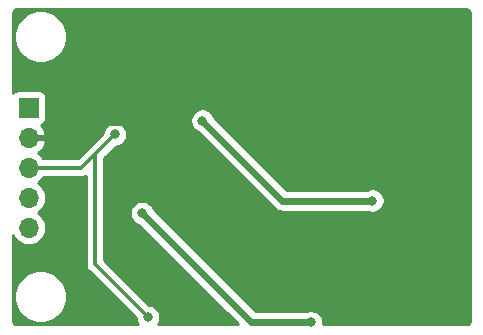
<source format=gbl>
G04 #@! TF.GenerationSoftware,KiCad,Pcbnew,(5.1.2)-1*
G04 #@! TF.CreationDate,2020-05-04T21:43:22+09:00*
G04 #@! TF.ProjectId,dcdc,64636463-2e6b-4696-9361-645f70636258,v1.2*
G04 #@! TF.SameCoordinates,Original*
G04 #@! TF.FileFunction,Copper,L2,Bot*
G04 #@! TF.FilePolarity,Positive*
%FSLAX46Y46*%
G04 Gerber Fmt 4.6, Leading zero omitted, Abs format (unit mm)*
G04 Created by KiCad (PCBNEW (5.1.2)-1) date 2020-05-04 21:43:22*
%MOMM*%
%LPD*%
G04 APERTURE LIST*
%ADD10O,1.700000X1.700000*%
%ADD11R,1.700000X1.700000*%
%ADD12C,0.800000*%
%ADD13C,0.300000*%
%ADD14C,0.600000*%
%ADD15C,0.254000*%
G04 APERTURE END LIST*
D10*
X120000000Y-80160000D03*
X120000000Y-77620000D03*
X120000000Y-75080000D03*
X120000000Y-72540000D03*
D11*
X120000000Y-70000000D03*
D12*
X151221100Y-78820100D03*
X141412500Y-81790500D03*
X134000000Y-73000000D03*
X127000000Y-63000000D03*
X147900000Y-62600000D03*
X141500000Y-72500000D03*
X153600000Y-73900000D03*
X135900000Y-80600000D03*
X129700000Y-75200000D03*
X146900000Y-79200000D03*
X148200000Y-84700000D03*
X127900000Y-83900000D03*
X123100000Y-76400000D03*
X123200000Y-81700000D03*
X149089600Y-77863000D03*
X134698900Y-71100000D03*
X130088800Y-87722800D03*
X127283300Y-72251600D03*
X143881600Y-88165600D03*
X129586100Y-78929300D03*
D13*
X141412500Y-81790500D02*
X148250700Y-81790500D01*
X148250700Y-81790500D02*
X151221100Y-78820100D01*
X141412500Y-81790500D02*
X131041400Y-71419400D01*
X131041400Y-71419400D02*
X122370900Y-71419400D01*
X122370900Y-71419400D02*
X121250300Y-72540000D01*
X120000000Y-72540000D02*
X121250300Y-72540000D01*
X123100000Y-76400000D02*
X123100000Y-81600000D01*
X123100000Y-81600000D02*
X123200000Y-81700000D01*
D14*
X134698900Y-71100000D02*
X141461900Y-77863000D01*
X141461900Y-77863000D02*
X149089600Y-77863000D01*
D13*
X125591900Y-76330300D02*
X125591900Y-73943000D01*
X125591900Y-83225900D02*
X125591900Y-76330300D01*
X130088800Y-87722800D02*
X125591900Y-83225900D01*
X125591900Y-73943000D02*
X127283300Y-72251600D01*
X120000000Y-75600000D02*
X120000000Y-75080000D01*
X120000000Y-75080000D02*
X124454900Y-75080000D01*
X124454900Y-75080000D02*
X125591900Y-73943000D01*
D14*
X138822400Y-88165600D02*
X143881600Y-88165600D01*
X129586100Y-78929300D02*
X138822400Y-88165600D01*
D15*
G36*
X124806900Y-76368860D02*
G01*
X124806901Y-76368870D01*
X124806900Y-83187347D01*
X124803103Y-83225900D01*
X124806900Y-83264453D01*
X124806900Y-83264460D01*
X124818259Y-83379786D01*
X124863146Y-83527759D01*
X124936038Y-83664132D01*
X125034136Y-83783664D01*
X125064090Y-83808247D01*
X129053800Y-87797958D01*
X129053800Y-87824739D01*
X129093574Y-88024698D01*
X129171595Y-88213056D01*
X129256416Y-88340000D01*
X119032279Y-88340000D01*
X118934576Y-88330420D01*
X118871643Y-88311420D01*
X118813594Y-88280554D01*
X118762657Y-88239011D01*
X118720752Y-88188356D01*
X118689485Y-88130529D01*
X118670044Y-88067728D01*
X118660000Y-87972165D01*
X118660000Y-85779872D01*
X118765000Y-85779872D01*
X118765000Y-86220128D01*
X118850890Y-86651925D01*
X119019369Y-87058669D01*
X119263962Y-87424729D01*
X119575271Y-87736038D01*
X119941331Y-87980631D01*
X120348075Y-88149110D01*
X120779872Y-88235000D01*
X121220128Y-88235000D01*
X121651925Y-88149110D01*
X122058669Y-87980631D01*
X122424729Y-87736038D01*
X122736038Y-87424729D01*
X122980631Y-87058669D01*
X123149110Y-86651925D01*
X123235000Y-86220128D01*
X123235000Y-85779872D01*
X123149110Y-85348075D01*
X122980631Y-84941331D01*
X122736038Y-84575271D01*
X122424729Y-84263962D01*
X122058669Y-84019369D01*
X121651925Y-83850890D01*
X121220128Y-83765000D01*
X120779872Y-83765000D01*
X120348075Y-83850890D01*
X119941331Y-84019369D01*
X119575271Y-84263962D01*
X119263962Y-84575271D01*
X119019369Y-84941331D01*
X118850890Y-85348075D01*
X118765000Y-85779872D01*
X118660000Y-85779872D01*
X118660000Y-80803248D01*
X118759294Y-80989014D01*
X118944866Y-81215134D01*
X119170986Y-81400706D01*
X119428966Y-81538599D01*
X119708889Y-81623513D01*
X119927050Y-81645000D01*
X120072950Y-81645000D01*
X120291111Y-81623513D01*
X120571034Y-81538599D01*
X120829014Y-81400706D01*
X121055134Y-81215134D01*
X121240706Y-80989014D01*
X121378599Y-80731034D01*
X121463513Y-80451111D01*
X121492185Y-80160000D01*
X121463513Y-79868889D01*
X121378599Y-79588966D01*
X121240706Y-79330986D01*
X121055134Y-79104866D01*
X120829014Y-78919294D01*
X120774209Y-78890000D01*
X120829014Y-78860706D01*
X121055134Y-78675134D01*
X121240706Y-78449014D01*
X121378599Y-78191034D01*
X121463513Y-77911111D01*
X121492185Y-77620000D01*
X121463513Y-77328889D01*
X121378599Y-77048966D01*
X121240706Y-76790986D01*
X121055134Y-76564866D01*
X120829014Y-76379294D01*
X120774209Y-76350000D01*
X120829014Y-76320706D01*
X121055134Y-76135134D01*
X121240706Y-75909014D01*
X121264232Y-75865000D01*
X124416347Y-75865000D01*
X124454900Y-75868797D01*
X124493453Y-75865000D01*
X124493461Y-75865000D01*
X124608787Y-75853641D01*
X124756760Y-75808754D01*
X124806900Y-75781954D01*
X124806900Y-76368860D01*
X124806900Y-76368860D01*
G37*
X124806900Y-76368860D02*
X124806901Y-76368870D01*
X124806900Y-83187347D01*
X124803103Y-83225900D01*
X124806900Y-83264453D01*
X124806900Y-83264460D01*
X124818259Y-83379786D01*
X124863146Y-83527759D01*
X124936038Y-83664132D01*
X125034136Y-83783664D01*
X125064090Y-83808247D01*
X129053800Y-87797958D01*
X129053800Y-87824739D01*
X129093574Y-88024698D01*
X129171595Y-88213056D01*
X129256416Y-88340000D01*
X119032279Y-88340000D01*
X118934576Y-88330420D01*
X118871643Y-88311420D01*
X118813594Y-88280554D01*
X118762657Y-88239011D01*
X118720752Y-88188356D01*
X118689485Y-88130529D01*
X118670044Y-88067728D01*
X118660000Y-87972165D01*
X118660000Y-85779872D01*
X118765000Y-85779872D01*
X118765000Y-86220128D01*
X118850890Y-86651925D01*
X119019369Y-87058669D01*
X119263962Y-87424729D01*
X119575271Y-87736038D01*
X119941331Y-87980631D01*
X120348075Y-88149110D01*
X120779872Y-88235000D01*
X121220128Y-88235000D01*
X121651925Y-88149110D01*
X122058669Y-87980631D01*
X122424729Y-87736038D01*
X122736038Y-87424729D01*
X122980631Y-87058669D01*
X123149110Y-86651925D01*
X123235000Y-86220128D01*
X123235000Y-85779872D01*
X123149110Y-85348075D01*
X122980631Y-84941331D01*
X122736038Y-84575271D01*
X122424729Y-84263962D01*
X122058669Y-84019369D01*
X121651925Y-83850890D01*
X121220128Y-83765000D01*
X120779872Y-83765000D01*
X120348075Y-83850890D01*
X119941331Y-84019369D01*
X119575271Y-84263962D01*
X119263962Y-84575271D01*
X119019369Y-84941331D01*
X118850890Y-85348075D01*
X118765000Y-85779872D01*
X118660000Y-85779872D01*
X118660000Y-80803248D01*
X118759294Y-80989014D01*
X118944866Y-81215134D01*
X119170986Y-81400706D01*
X119428966Y-81538599D01*
X119708889Y-81623513D01*
X119927050Y-81645000D01*
X120072950Y-81645000D01*
X120291111Y-81623513D01*
X120571034Y-81538599D01*
X120829014Y-81400706D01*
X121055134Y-81215134D01*
X121240706Y-80989014D01*
X121378599Y-80731034D01*
X121463513Y-80451111D01*
X121492185Y-80160000D01*
X121463513Y-79868889D01*
X121378599Y-79588966D01*
X121240706Y-79330986D01*
X121055134Y-79104866D01*
X120829014Y-78919294D01*
X120774209Y-78890000D01*
X120829014Y-78860706D01*
X121055134Y-78675134D01*
X121240706Y-78449014D01*
X121378599Y-78191034D01*
X121463513Y-77911111D01*
X121492185Y-77620000D01*
X121463513Y-77328889D01*
X121378599Y-77048966D01*
X121240706Y-76790986D01*
X121055134Y-76564866D01*
X120829014Y-76379294D01*
X120774209Y-76350000D01*
X120829014Y-76320706D01*
X121055134Y-76135134D01*
X121240706Y-75909014D01*
X121264232Y-75865000D01*
X124416347Y-75865000D01*
X124454900Y-75868797D01*
X124493453Y-75865000D01*
X124493461Y-75865000D01*
X124608787Y-75853641D01*
X124756760Y-75808754D01*
X124806900Y-75781954D01*
X124806900Y-76368860D01*
G36*
X157065424Y-61669580D02*
G01*
X157128356Y-61688580D01*
X157186405Y-61719445D01*
X157237343Y-61760989D01*
X157279248Y-61811644D01*
X157310515Y-61869471D01*
X157329956Y-61932272D01*
X157340001Y-62027845D01*
X157340000Y-87967721D01*
X157330420Y-88065424D01*
X157311420Y-88128357D01*
X157280554Y-88186406D01*
X157239011Y-88237343D01*
X157188356Y-88279248D01*
X157130529Y-88310515D01*
X157067728Y-88329956D01*
X156972165Y-88340000D01*
X144902187Y-88340000D01*
X144916600Y-88267539D01*
X144916600Y-88063661D01*
X144876826Y-87863702D01*
X144798805Y-87675344D01*
X144685537Y-87505826D01*
X144541374Y-87361663D01*
X144371856Y-87248395D01*
X144183498Y-87170374D01*
X143983539Y-87130600D01*
X143779661Y-87130600D01*
X143579702Y-87170374D01*
X143434305Y-87230600D01*
X139209689Y-87230600D01*
X130563531Y-78584442D01*
X130503305Y-78439044D01*
X130390037Y-78269526D01*
X130245874Y-78125363D01*
X130076356Y-78012095D01*
X129887998Y-77934074D01*
X129688039Y-77894300D01*
X129484161Y-77894300D01*
X129284202Y-77934074D01*
X129095844Y-78012095D01*
X128926326Y-78125363D01*
X128782163Y-78269526D01*
X128668895Y-78439044D01*
X128590874Y-78627402D01*
X128551100Y-78827361D01*
X128551100Y-79031239D01*
X128590874Y-79231198D01*
X128668895Y-79419556D01*
X128782163Y-79589074D01*
X128926326Y-79733237D01*
X129095844Y-79846505D01*
X129241242Y-79906731D01*
X137674511Y-88340000D01*
X130921184Y-88340000D01*
X131006005Y-88213056D01*
X131084026Y-88024698D01*
X131123800Y-87824739D01*
X131123800Y-87620861D01*
X131084026Y-87420902D01*
X131006005Y-87232544D01*
X130892737Y-87063026D01*
X130748574Y-86918863D01*
X130579056Y-86805595D01*
X130390698Y-86727574D01*
X130190739Y-86687800D01*
X130163958Y-86687800D01*
X126376900Y-82900743D01*
X126376900Y-74268157D01*
X127358457Y-73286600D01*
X127385239Y-73286600D01*
X127585198Y-73246826D01*
X127773556Y-73168805D01*
X127943074Y-73055537D01*
X128087237Y-72911374D01*
X128200505Y-72741856D01*
X128278526Y-72553498D01*
X128318300Y-72353539D01*
X128318300Y-72149661D01*
X128278526Y-71949702D01*
X128200505Y-71761344D01*
X128087237Y-71591826D01*
X127943074Y-71447663D01*
X127773556Y-71334395D01*
X127585198Y-71256374D01*
X127385239Y-71216600D01*
X127181361Y-71216600D01*
X126981402Y-71256374D01*
X126793044Y-71334395D01*
X126623526Y-71447663D01*
X126479363Y-71591826D01*
X126366095Y-71761344D01*
X126288074Y-71949702D01*
X126248300Y-72149661D01*
X126248300Y-72176443D01*
X125064085Y-73360658D01*
X125034137Y-73385236D01*
X125009559Y-73415184D01*
X124129743Y-74295000D01*
X121264232Y-74295000D01*
X121240706Y-74250986D01*
X121055134Y-74024866D01*
X120829014Y-73839294D01*
X120764477Y-73804799D01*
X120881355Y-73735178D01*
X121097588Y-73540269D01*
X121271641Y-73306920D01*
X121396825Y-73044099D01*
X121441476Y-72896890D01*
X121320155Y-72667000D01*
X120127000Y-72667000D01*
X120127000Y-72687000D01*
X119873000Y-72687000D01*
X119873000Y-72667000D01*
X119853000Y-72667000D01*
X119853000Y-72413000D01*
X119873000Y-72413000D01*
X119873000Y-72393000D01*
X120127000Y-72393000D01*
X120127000Y-72413000D01*
X121320155Y-72413000D01*
X121441476Y-72183110D01*
X121396825Y-72035901D01*
X121271641Y-71773080D01*
X121097588Y-71539731D01*
X121013534Y-71463966D01*
X121094180Y-71439502D01*
X121204494Y-71380537D01*
X121301185Y-71301185D01*
X121380537Y-71204494D01*
X121439502Y-71094180D01*
X121468659Y-70998061D01*
X133663900Y-70998061D01*
X133663900Y-71201939D01*
X133703674Y-71401898D01*
X133781695Y-71590256D01*
X133894963Y-71759774D01*
X134039126Y-71903937D01*
X134208644Y-72017205D01*
X134354042Y-72077431D01*
X140768275Y-78491665D01*
X140797556Y-78527344D01*
X140939928Y-78644186D01*
X141102360Y-78731007D01*
X141225143Y-78768253D01*
X141278607Y-78784471D01*
X141461899Y-78802524D01*
X141507831Y-78798000D01*
X148642305Y-78798000D01*
X148787702Y-78858226D01*
X148987661Y-78898000D01*
X149191539Y-78898000D01*
X149391498Y-78858226D01*
X149579856Y-78780205D01*
X149749374Y-78666937D01*
X149893537Y-78522774D01*
X150006805Y-78353256D01*
X150084826Y-78164898D01*
X150124600Y-77964939D01*
X150124600Y-77761061D01*
X150084826Y-77561102D01*
X150006805Y-77372744D01*
X149893537Y-77203226D01*
X149749374Y-77059063D01*
X149579856Y-76945795D01*
X149391498Y-76867774D01*
X149191539Y-76828000D01*
X148987661Y-76828000D01*
X148787702Y-76867774D01*
X148642305Y-76928000D01*
X141849190Y-76928000D01*
X135676331Y-70755142D01*
X135616105Y-70609744D01*
X135502837Y-70440226D01*
X135358674Y-70296063D01*
X135189156Y-70182795D01*
X135000798Y-70104774D01*
X134800839Y-70065000D01*
X134596961Y-70065000D01*
X134397002Y-70104774D01*
X134208644Y-70182795D01*
X134039126Y-70296063D01*
X133894963Y-70440226D01*
X133781695Y-70609744D01*
X133703674Y-70798102D01*
X133663900Y-70998061D01*
X121468659Y-70998061D01*
X121475812Y-70974482D01*
X121488072Y-70850000D01*
X121488072Y-69150000D01*
X121475812Y-69025518D01*
X121439502Y-68905820D01*
X121380537Y-68795506D01*
X121301185Y-68698815D01*
X121204494Y-68619463D01*
X121094180Y-68560498D01*
X120974482Y-68524188D01*
X120850000Y-68511928D01*
X119150000Y-68511928D01*
X119025518Y-68524188D01*
X118905820Y-68560498D01*
X118795506Y-68619463D01*
X118698815Y-68698815D01*
X118660000Y-68746111D01*
X118660000Y-63779872D01*
X118765000Y-63779872D01*
X118765000Y-64220128D01*
X118850890Y-64651925D01*
X119019369Y-65058669D01*
X119263962Y-65424729D01*
X119575271Y-65736038D01*
X119941331Y-65980631D01*
X120348075Y-66149110D01*
X120779872Y-66235000D01*
X121220128Y-66235000D01*
X121651925Y-66149110D01*
X122058669Y-65980631D01*
X122424729Y-65736038D01*
X122736038Y-65424729D01*
X122980631Y-65058669D01*
X123149110Y-64651925D01*
X123235000Y-64220128D01*
X123235000Y-63779872D01*
X123149110Y-63348075D01*
X122980631Y-62941331D01*
X122736038Y-62575271D01*
X122424729Y-62263962D01*
X122058669Y-62019369D01*
X121651925Y-61850890D01*
X121220128Y-61765000D01*
X120779872Y-61765000D01*
X120348075Y-61850890D01*
X119941331Y-62019369D01*
X119575271Y-62263962D01*
X119263962Y-62575271D01*
X119019369Y-62941331D01*
X118850890Y-63348075D01*
X118765000Y-63779872D01*
X118660000Y-63779872D01*
X118660000Y-62032279D01*
X118669580Y-61934576D01*
X118688580Y-61871644D01*
X118719445Y-61813595D01*
X118760989Y-61762657D01*
X118811644Y-61720752D01*
X118869471Y-61689485D01*
X118932272Y-61670044D01*
X119027835Y-61660000D01*
X156967721Y-61660000D01*
X157065424Y-61669580D01*
X157065424Y-61669580D01*
G37*
X157065424Y-61669580D02*
X157128356Y-61688580D01*
X157186405Y-61719445D01*
X157237343Y-61760989D01*
X157279248Y-61811644D01*
X157310515Y-61869471D01*
X157329956Y-61932272D01*
X157340001Y-62027845D01*
X157340000Y-87967721D01*
X157330420Y-88065424D01*
X157311420Y-88128357D01*
X157280554Y-88186406D01*
X157239011Y-88237343D01*
X157188356Y-88279248D01*
X157130529Y-88310515D01*
X157067728Y-88329956D01*
X156972165Y-88340000D01*
X144902187Y-88340000D01*
X144916600Y-88267539D01*
X144916600Y-88063661D01*
X144876826Y-87863702D01*
X144798805Y-87675344D01*
X144685537Y-87505826D01*
X144541374Y-87361663D01*
X144371856Y-87248395D01*
X144183498Y-87170374D01*
X143983539Y-87130600D01*
X143779661Y-87130600D01*
X143579702Y-87170374D01*
X143434305Y-87230600D01*
X139209689Y-87230600D01*
X130563531Y-78584442D01*
X130503305Y-78439044D01*
X130390037Y-78269526D01*
X130245874Y-78125363D01*
X130076356Y-78012095D01*
X129887998Y-77934074D01*
X129688039Y-77894300D01*
X129484161Y-77894300D01*
X129284202Y-77934074D01*
X129095844Y-78012095D01*
X128926326Y-78125363D01*
X128782163Y-78269526D01*
X128668895Y-78439044D01*
X128590874Y-78627402D01*
X128551100Y-78827361D01*
X128551100Y-79031239D01*
X128590874Y-79231198D01*
X128668895Y-79419556D01*
X128782163Y-79589074D01*
X128926326Y-79733237D01*
X129095844Y-79846505D01*
X129241242Y-79906731D01*
X137674511Y-88340000D01*
X130921184Y-88340000D01*
X131006005Y-88213056D01*
X131084026Y-88024698D01*
X131123800Y-87824739D01*
X131123800Y-87620861D01*
X131084026Y-87420902D01*
X131006005Y-87232544D01*
X130892737Y-87063026D01*
X130748574Y-86918863D01*
X130579056Y-86805595D01*
X130390698Y-86727574D01*
X130190739Y-86687800D01*
X130163958Y-86687800D01*
X126376900Y-82900743D01*
X126376900Y-74268157D01*
X127358457Y-73286600D01*
X127385239Y-73286600D01*
X127585198Y-73246826D01*
X127773556Y-73168805D01*
X127943074Y-73055537D01*
X128087237Y-72911374D01*
X128200505Y-72741856D01*
X128278526Y-72553498D01*
X128318300Y-72353539D01*
X128318300Y-72149661D01*
X128278526Y-71949702D01*
X128200505Y-71761344D01*
X128087237Y-71591826D01*
X127943074Y-71447663D01*
X127773556Y-71334395D01*
X127585198Y-71256374D01*
X127385239Y-71216600D01*
X127181361Y-71216600D01*
X126981402Y-71256374D01*
X126793044Y-71334395D01*
X126623526Y-71447663D01*
X126479363Y-71591826D01*
X126366095Y-71761344D01*
X126288074Y-71949702D01*
X126248300Y-72149661D01*
X126248300Y-72176443D01*
X125064085Y-73360658D01*
X125034137Y-73385236D01*
X125009559Y-73415184D01*
X124129743Y-74295000D01*
X121264232Y-74295000D01*
X121240706Y-74250986D01*
X121055134Y-74024866D01*
X120829014Y-73839294D01*
X120764477Y-73804799D01*
X120881355Y-73735178D01*
X121097588Y-73540269D01*
X121271641Y-73306920D01*
X121396825Y-73044099D01*
X121441476Y-72896890D01*
X121320155Y-72667000D01*
X120127000Y-72667000D01*
X120127000Y-72687000D01*
X119873000Y-72687000D01*
X119873000Y-72667000D01*
X119853000Y-72667000D01*
X119853000Y-72413000D01*
X119873000Y-72413000D01*
X119873000Y-72393000D01*
X120127000Y-72393000D01*
X120127000Y-72413000D01*
X121320155Y-72413000D01*
X121441476Y-72183110D01*
X121396825Y-72035901D01*
X121271641Y-71773080D01*
X121097588Y-71539731D01*
X121013534Y-71463966D01*
X121094180Y-71439502D01*
X121204494Y-71380537D01*
X121301185Y-71301185D01*
X121380537Y-71204494D01*
X121439502Y-71094180D01*
X121468659Y-70998061D01*
X133663900Y-70998061D01*
X133663900Y-71201939D01*
X133703674Y-71401898D01*
X133781695Y-71590256D01*
X133894963Y-71759774D01*
X134039126Y-71903937D01*
X134208644Y-72017205D01*
X134354042Y-72077431D01*
X140768275Y-78491665D01*
X140797556Y-78527344D01*
X140939928Y-78644186D01*
X141102360Y-78731007D01*
X141225143Y-78768253D01*
X141278607Y-78784471D01*
X141461899Y-78802524D01*
X141507831Y-78798000D01*
X148642305Y-78798000D01*
X148787702Y-78858226D01*
X148987661Y-78898000D01*
X149191539Y-78898000D01*
X149391498Y-78858226D01*
X149579856Y-78780205D01*
X149749374Y-78666937D01*
X149893537Y-78522774D01*
X150006805Y-78353256D01*
X150084826Y-78164898D01*
X150124600Y-77964939D01*
X150124600Y-77761061D01*
X150084826Y-77561102D01*
X150006805Y-77372744D01*
X149893537Y-77203226D01*
X149749374Y-77059063D01*
X149579856Y-76945795D01*
X149391498Y-76867774D01*
X149191539Y-76828000D01*
X148987661Y-76828000D01*
X148787702Y-76867774D01*
X148642305Y-76928000D01*
X141849190Y-76928000D01*
X135676331Y-70755142D01*
X135616105Y-70609744D01*
X135502837Y-70440226D01*
X135358674Y-70296063D01*
X135189156Y-70182795D01*
X135000798Y-70104774D01*
X134800839Y-70065000D01*
X134596961Y-70065000D01*
X134397002Y-70104774D01*
X134208644Y-70182795D01*
X134039126Y-70296063D01*
X133894963Y-70440226D01*
X133781695Y-70609744D01*
X133703674Y-70798102D01*
X133663900Y-70998061D01*
X121468659Y-70998061D01*
X121475812Y-70974482D01*
X121488072Y-70850000D01*
X121488072Y-69150000D01*
X121475812Y-69025518D01*
X121439502Y-68905820D01*
X121380537Y-68795506D01*
X121301185Y-68698815D01*
X121204494Y-68619463D01*
X121094180Y-68560498D01*
X120974482Y-68524188D01*
X120850000Y-68511928D01*
X119150000Y-68511928D01*
X119025518Y-68524188D01*
X118905820Y-68560498D01*
X118795506Y-68619463D01*
X118698815Y-68698815D01*
X118660000Y-68746111D01*
X118660000Y-63779872D01*
X118765000Y-63779872D01*
X118765000Y-64220128D01*
X118850890Y-64651925D01*
X119019369Y-65058669D01*
X119263962Y-65424729D01*
X119575271Y-65736038D01*
X119941331Y-65980631D01*
X120348075Y-66149110D01*
X120779872Y-66235000D01*
X121220128Y-66235000D01*
X121651925Y-66149110D01*
X122058669Y-65980631D01*
X122424729Y-65736038D01*
X122736038Y-65424729D01*
X122980631Y-65058669D01*
X123149110Y-64651925D01*
X123235000Y-64220128D01*
X123235000Y-63779872D01*
X123149110Y-63348075D01*
X122980631Y-62941331D01*
X122736038Y-62575271D01*
X122424729Y-62263962D01*
X122058669Y-62019369D01*
X121651925Y-61850890D01*
X121220128Y-61765000D01*
X120779872Y-61765000D01*
X120348075Y-61850890D01*
X119941331Y-62019369D01*
X119575271Y-62263962D01*
X119263962Y-62575271D01*
X119019369Y-62941331D01*
X118850890Y-63348075D01*
X118765000Y-63779872D01*
X118660000Y-63779872D01*
X118660000Y-62032279D01*
X118669580Y-61934576D01*
X118688580Y-61871644D01*
X118719445Y-61813595D01*
X118760989Y-61762657D01*
X118811644Y-61720752D01*
X118869471Y-61689485D01*
X118932272Y-61670044D01*
X119027835Y-61660000D01*
X156967721Y-61660000D01*
X157065424Y-61669580D01*
M02*

</source>
